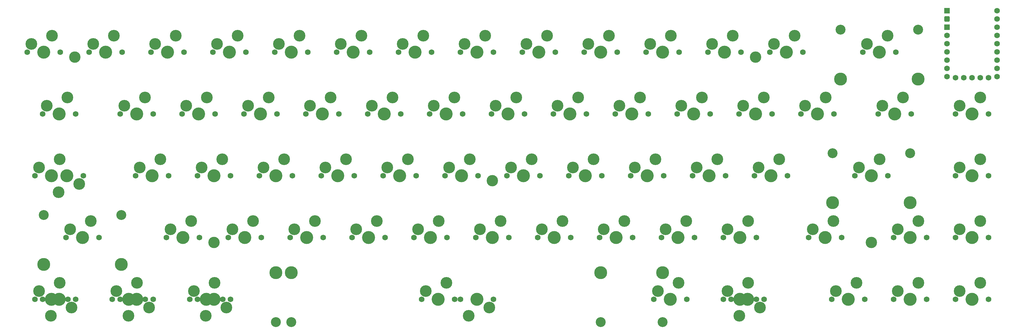
<source format=gbr>
%TF.GenerationSoftware,KiCad,Pcbnew,7.0.5*%
%TF.CreationDate,2023-09-15T18:16:34+08:00*%
%TF.ProjectId,Openero65,4f70656e-6572-46f3-9635-2e6b69636164,rev?*%
%TF.SameCoordinates,Original*%
%TF.FileFunction,Soldermask,Top*%
%TF.FilePolarity,Negative*%
%FSLAX46Y46*%
G04 Gerber Fmt 4.6, Leading zero omitted, Abs format (unit mm)*
G04 Created by KiCad (PCBNEW 7.0.5) date 2023-09-15 18:16:34*
%MOMM*%
%LPD*%
G01*
G04 APERTURE LIST*
G04 Aperture macros list*
%AMRoundRect*
0 Rectangle with rounded corners*
0 $1 Rounding radius*
0 $2 $3 $4 $5 $6 $7 $8 $9 X,Y pos of 4 corners*
0 Add a 4 corners polygon primitive as box body*
4,1,4,$2,$3,$4,$5,$6,$7,$8,$9,$2,$3,0*
0 Add four circle primitives for the rounded corners*
1,1,$1+$1,$2,$3*
1,1,$1+$1,$4,$5*
1,1,$1+$1,$6,$7*
1,1,$1+$1,$8,$9*
0 Add four rect primitives between the rounded corners*
20,1,$1+$1,$2,$3,$4,$5,0*
20,1,$1+$1,$4,$5,$6,$7,0*
20,1,$1+$1,$6,$7,$8,$9,0*
20,1,$1+$1,$8,$9,$2,$3,0*%
G04 Aperture macros list end*
%ADD10C,1.750000*%
%ADD11C,4.000000*%
%ADD12C,3.600000*%
%ADD13C,3.048000*%
%ADD14C,3.987800*%
%ADD15C,3.500000*%
%ADD16R,1.752600X1.752600*%
%ADD17RoundRect,0.438150X-0.438150X-0.438150X0.438150X-0.438150X0.438150X0.438150X-0.438150X0.438150X0*%
%ADD18C,1.752600*%
G04 APERTURE END LIST*
D10*
%TO.C,SW1*%
X50402000Y-90310000D03*
D11*
X55482000Y-90310000D03*
D10*
X60562000Y-90310000D03*
D12*
X51672000Y-87770000D03*
X58022000Y-85230000D03*
%TD*%
D10*
%TO.C,SW50*%
X226616000Y-147460000D03*
D11*
X231696000Y-147460000D03*
D10*
X236776000Y-147460000D03*
D12*
X227886000Y-144920000D03*
X234236000Y-142380000D03*
%TD*%
D10*
%TO.C,SW42*%
X62309000Y-147460000D03*
D11*
X67389000Y-147460000D03*
D10*
X72469000Y-147460000D03*
D12*
X63579000Y-144920000D03*
X69929000Y-142380000D03*
%TD*%
D13*
%TO.C,stab4*%
X245984000Y-173495000D03*
D14*
X245984000Y-158285000D03*
D13*
X131684000Y-173495000D03*
D14*
X131684000Y-158285000D03*
%TD*%
D15*
%TO.C,hole1*%
X193595000Y-129910000D03*
%TD*%
D10*
%TO.C,SW40*%
X274240000Y-128410000D03*
D11*
X279320000Y-128410000D03*
D10*
X284400000Y-128410000D03*
D12*
X275510000Y-125870000D03*
X281860000Y-123330000D03*
%TD*%
D10*
%TO.C,SW23*%
X212328000Y-109360000D03*
D11*
X217408000Y-109360000D03*
D10*
X222488000Y-109360000D03*
D12*
X213598000Y-106820000D03*
X219948000Y-104280000D03*
%TD*%
D10*
%TO.C,SW63*%
X336152000Y-166510000D03*
D11*
X341232000Y-166510000D03*
D10*
X346312000Y-166510000D03*
D12*
X337422000Y-163970000D03*
X343772000Y-161430000D03*
%TD*%
D10*
%TO.C,SW29*%
X67706000Y-128410000D03*
D11*
X62626000Y-128410000D03*
D10*
X57546000Y-128410000D03*
D12*
X66436000Y-130950000D03*
X60086000Y-133490000D03*
%TD*%
D10*
%TO.C,SW17*%
X98028000Y-109360000D03*
D11*
X103108000Y-109360000D03*
D10*
X108188000Y-109360000D03*
D12*
X99298000Y-106820000D03*
X105648000Y-104280000D03*
%TD*%
D10*
%TO.C,SW44*%
X112316000Y-147460000D03*
D11*
X117396000Y-147460000D03*
D10*
X122476000Y-147460000D03*
D12*
X113586000Y-144920000D03*
X119936000Y-142380000D03*
%TD*%
D10*
%TO.C,SW65*%
X317102000Y-166510000D03*
D11*
X322182000Y-166510000D03*
D10*
X327262000Y-166510000D03*
D12*
X318372000Y-163970000D03*
X324722000Y-161430000D03*
%TD*%
D10*
%TO.C,SW39*%
X255190000Y-128410000D03*
D11*
X260270000Y-128410000D03*
D10*
X265350000Y-128410000D03*
D12*
X256460000Y-125870000D03*
X262810000Y-123330000D03*
%TD*%
D10*
%TO.C,SW31*%
X102790000Y-128410000D03*
D11*
X107870000Y-128410000D03*
D10*
X112950000Y-128410000D03*
D12*
X104060000Y-125870000D03*
X110410000Y-123330000D03*
%TD*%
D10*
%TO.C,SW71*%
X193914000Y-166510000D03*
D11*
X188834000Y-166510000D03*
D10*
X183754000Y-166510000D03*
D12*
X192644000Y-169050000D03*
X186294000Y-171590000D03*
%TD*%
D10*
%TO.C,SW47*%
X169466000Y-147460000D03*
D11*
X174546000Y-147460000D03*
D10*
X179626000Y-147460000D03*
D12*
X170736000Y-144920000D03*
X177086000Y-142380000D03*
%TD*%
D13*
%TO.C,stab2*%
X300719000Y-83325000D03*
D14*
X300719000Y-98535000D03*
D13*
X324595000Y-83325000D03*
D14*
X324595000Y-98535000D03*
%TD*%
D10*
%TO.C,SW59*%
X277256000Y-166510000D03*
D11*
X272176000Y-166510000D03*
D10*
X267096000Y-166510000D03*
D12*
X275986000Y-169050000D03*
X269636000Y-171590000D03*
%TD*%
D10*
%TO.C,SW67*%
X52784000Y-128410000D03*
D11*
X57864000Y-128410000D03*
D10*
X62944000Y-128410000D03*
D12*
X54054000Y-125870000D03*
X60404000Y-123330000D03*
%TD*%
D10*
%TO.C,SW10*%
X221852000Y-90310000D03*
D11*
X226932000Y-90310000D03*
D10*
X232012000Y-90310000D03*
D12*
X223122000Y-87770000D03*
X229472000Y-85230000D03*
%TD*%
D10*
%TO.C,SW5*%
X126602000Y-90310000D03*
D11*
X131682000Y-90310000D03*
D10*
X136762000Y-90310000D03*
D12*
X127872000Y-87770000D03*
X134222000Y-85230000D03*
%TD*%
D10*
%TO.C,SW70*%
X112951000Y-166510000D03*
D11*
X107871000Y-166510000D03*
D10*
X102791000Y-166510000D03*
D12*
X111681000Y-169050000D03*
X105331000Y-171590000D03*
%TD*%
D10*
%TO.C,SW58*%
X243284000Y-166510000D03*
D11*
X248364000Y-166510000D03*
D10*
X253444000Y-166510000D03*
D12*
X244554000Y-163970000D03*
X250904000Y-161430000D03*
%TD*%
D10*
%TO.C,SW34*%
X159940000Y-128410000D03*
D11*
X165020000Y-128410000D03*
D10*
X170100000Y-128410000D03*
D12*
X161210000Y-125870000D03*
X167560000Y-123330000D03*
%TD*%
D10*
%TO.C,SW56*%
X100410000Y-166510000D03*
D11*
X105490000Y-166510000D03*
D10*
X110570000Y-166510000D03*
D12*
X101680000Y-163970000D03*
X108030000Y-161430000D03*
%TD*%
D10*
%TO.C,SW6*%
X145652000Y-90310000D03*
D11*
X150732000Y-90310000D03*
D10*
X155812000Y-90310000D03*
D12*
X146922000Y-87770000D03*
X153272000Y-85230000D03*
%TD*%
D10*
%TO.C,SW37*%
X217090000Y-128410000D03*
D11*
X222170000Y-128410000D03*
D10*
X227250000Y-128410000D03*
D12*
X218360000Y-125870000D03*
X224710000Y-123330000D03*
%TD*%
D10*
%TO.C,SW28*%
X312341000Y-109360000D03*
D11*
X317421000Y-109360000D03*
D10*
X322501000Y-109360000D03*
D12*
X313611000Y-106820000D03*
X319961000Y-104280000D03*
%TD*%
D10*
%TO.C,SW3*%
X88502000Y-90310000D03*
D11*
X93582000Y-90310000D03*
D10*
X98662000Y-90310000D03*
D12*
X89772000Y-87770000D03*
X96122000Y-85230000D03*
%TD*%
D15*
%TO.C,hole5*%
X310277000Y-148960000D03*
%TD*%
D10*
%TO.C,SW27*%
X288528000Y-109360000D03*
D11*
X293608000Y-109360000D03*
D10*
X298688000Y-109360000D03*
D12*
X289798000Y-106820000D03*
X296148000Y-104280000D03*
%TD*%
D10*
%TO.C,SW45*%
X131366000Y-147460000D03*
D11*
X136446000Y-147460000D03*
D10*
X141526000Y-147460000D03*
D12*
X132636000Y-144920000D03*
X138986000Y-142380000D03*
%TD*%
D10*
%TO.C,SW24*%
X231378000Y-109360000D03*
D11*
X236458000Y-109360000D03*
D10*
X241538000Y-109360000D03*
D12*
X232648000Y-106820000D03*
X238998000Y-104280000D03*
%TD*%
D10*
%TO.C,SW4*%
X107552000Y-90310000D03*
D11*
X112632000Y-90310000D03*
D10*
X117712000Y-90310000D03*
D12*
X108822000Y-87770000D03*
X115172000Y-85230000D03*
%TD*%
D10*
%TO.C,SW46*%
X150416000Y-147460000D03*
D11*
X155496000Y-147460000D03*
D10*
X160576000Y-147460000D03*
D12*
X151686000Y-144920000D03*
X158036000Y-142380000D03*
%TD*%
D10*
%TO.C,SW11*%
X240902000Y-90310000D03*
D11*
X245982000Y-90310000D03*
D10*
X251062000Y-90310000D03*
D12*
X242172000Y-87770000D03*
X248522000Y-85230000D03*
%TD*%
D10*
%TO.C,SW52*%
X264716000Y-147460000D03*
D11*
X269796000Y-147460000D03*
D10*
X274876000Y-147460000D03*
D12*
X265986000Y-144920000D03*
X272336000Y-142380000D03*
%TD*%
D10*
%TO.C,SW7*%
X164702000Y-90310000D03*
D11*
X169782000Y-90310000D03*
D10*
X174862000Y-90310000D03*
D12*
X165972000Y-87770000D03*
X172322000Y-85230000D03*
%TD*%
D10*
%TO.C,SW15*%
X55165000Y-109360000D03*
D11*
X60245000Y-109360000D03*
D10*
X65325000Y-109360000D03*
D12*
X56435000Y-106820000D03*
X62785000Y-104280000D03*
%TD*%
D10*
%TO.C,SW49*%
X207566000Y-147460000D03*
D11*
X212646000Y-147460000D03*
D10*
X217726000Y-147460000D03*
D12*
X208836000Y-144920000D03*
X215186000Y-142380000D03*
%TD*%
D10*
%TO.C,SW25*%
X250428000Y-109360000D03*
D11*
X255508000Y-109360000D03*
D10*
X260588000Y-109360000D03*
D12*
X251698000Y-106820000D03*
X258048000Y-104280000D03*
%TD*%
D10*
%TO.C,SW30*%
X83740000Y-128410000D03*
D11*
X88820000Y-128410000D03*
D10*
X93900000Y-128410000D03*
D12*
X85010000Y-125870000D03*
X91360000Y-123330000D03*
%TD*%
D10*
%TO.C,SW68*%
X65325000Y-166510000D03*
D11*
X60245000Y-166510000D03*
D10*
X55165000Y-166510000D03*
D12*
X64055000Y-169050000D03*
X57705000Y-171590000D03*
%TD*%
D16*
%TO.C,U1*%
X333557000Y-77525000D03*
D17*
X333557000Y-80065000D03*
D16*
X333557000Y-82605000D03*
D18*
X333557000Y-85145000D03*
X333557000Y-87685000D03*
X333557000Y-90225000D03*
X333557000Y-92765000D03*
X333557000Y-95305000D03*
X333557000Y-97845000D03*
X348907000Y-77525000D03*
X348907000Y-80065000D03*
X348907000Y-82605000D03*
X348907000Y-85145000D03*
X348907000Y-87685000D03*
X348907000Y-90225000D03*
X348907000Y-92765000D03*
X348907000Y-95305000D03*
X348907000Y-97845000D03*
X346312000Y-98165000D03*
X343772000Y-98165000D03*
X341232000Y-98165000D03*
X338692000Y-98165000D03*
X336152000Y-98165000D03*
%TD*%
D15*
%TO.C,hole4*%
X107871000Y-148960000D03*
%TD*%
D10*
%TO.C,SW55*%
X76597000Y-166510000D03*
D11*
X81677000Y-166510000D03*
D10*
X86757000Y-166510000D03*
D12*
X77867000Y-163970000D03*
X84217000Y-161430000D03*
%TD*%
D10*
%TO.C,SW69*%
X89138000Y-166510000D03*
D11*
X84058000Y-166510000D03*
D10*
X78978000Y-166510000D03*
D12*
X87868000Y-169050000D03*
X81518000Y-171590000D03*
%TD*%
D10*
%TO.C,SW18*%
X117078000Y-109360000D03*
D11*
X122158000Y-109360000D03*
D10*
X127238000Y-109360000D03*
D12*
X118348000Y-106820000D03*
X124698000Y-104280000D03*
%TD*%
D10*
%TO.C,SW53*%
X290910000Y-147460000D03*
D11*
X295990000Y-147460000D03*
D10*
X301070000Y-147460000D03*
D12*
X292180000Y-144920000D03*
X298530000Y-142380000D03*
%TD*%
D10*
%TO.C,SW64*%
X317102000Y-147460000D03*
D11*
X322182000Y-147460000D03*
D10*
X327262000Y-147460000D03*
D12*
X318372000Y-144920000D03*
X324722000Y-142380000D03*
%TD*%
D10*
%TO.C,SW26*%
X269478000Y-109360000D03*
D11*
X274558000Y-109360000D03*
D10*
X279638000Y-109360000D03*
D12*
X270748000Y-106820000D03*
X277098000Y-104280000D03*
%TD*%
D13*
%TO.C,stab5*%
X226927000Y-173495000D03*
D14*
X226927000Y-158285000D03*
D13*
X126927000Y-173495000D03*
D14*
X126927000Y-158285000D03*
%TD*%
D10*
%TO.C,SW61*%
X336152000Y-128410000D03*
D11*
X341232000Y-128410000D03*
D10*
X346312000Y-128410000D03*
D12*
X337422000Y-125870000D03*
X343772000Y-123330000D03*
%TD*%
D13*
%TO.C,stab1*%
X55451000Y-140475000D03*
D14*
X55451000Y-155685000D03*
D13*
X79327000Y-140475000D03*
D14*
X79327000Y-155685000D03*
%TD*%
D10*
%TO.C,SW62*%
X336152000Y-147460000D03*
D11*
X341232000Y-147460000D03*
D10*
X346312000Y-147460000D03*
D12*
X337422000Y-144920000D03*
X343772000Y-142380000D03*
%TD*%
D10*
%TO.C,SW66*%
X298052000Y-166510000D03*
D11*
X303132000Y-166510000D03*
D10*
X308212000Y-166510000D03*
D12*
X299322000Y-163970000D03*
X305672000Y-161430000D03*
%TD*%
D10*
%TO.C,SW20*%
X155178000Y-109360000D03*
D11*
X160258000Y-109360000D03*
D10*
X165338000Y-109360000D03*
D12*
X156448000Y-106820000D03*
X162798000Y-104280000D03*
%TD*%
D10*
%TO.C,SW9*%
X202802000Y-90310000D03*
D11*
X207882000Y-90310000D03*
D10*
X212962000Y-90310000D03*
D12*
X204072000Y-87770000D03*
X210422000Y-85230000D03*
%TD*%
D10*
%TO.C,SW36*%
X198040000Y-128410000D03*
D11*
X203120000Y-128410000D03*
D10*
X208200000Y-128410000D03*
D12*
X199310000Y-125870000D03*
X205660000Y-123330000D03*
%TD*%
D10*
%TO.C,SW22*%
X193278000Y-109360000D03*
D11*
X198358000Y-109360000D03*
D10*
X203438000Y-109360000D03*
D12*
X194548000Y-106820000D03*
X200898000Y-104280000D03*
%TD*%
D15*
%TO.C,hole3*%
X274557000Y-91810000D03*
%TD*%
D10*
%TO.C,SW38*%
X236140000Y-128410000D03*
D11*
X241220000Y-128410000D03*
D10*
X246300000Y-128410000D03*
D12*
X237410000Y-125870000D03*
X243760000Y-123330000D03*
%TD*%
D10*
%TO.C,SW33*%
X140890000Y-128410000D03*
D11*
X145970000Y-128410000D03*
D10*
X151050000Y-128410000D03*
D12*
X142160000Y-125870000D03*
X148510000Y-123330000D03*
%TD*%
D10*
%TO.C,SW57*%
X171847000Y-166510000D03*
D11*
X176927000Y-166510000D03*
D10*
X182007000Y-166510000D03*
D12*
X173117000Y-163970000D03*
X179467000Y-161430000D03*
%TD*%
D10*
%TO.C,SW43*%
X93266000Y-147460000D03*
D11*
X98346000Y-147460000D03*
D10*
X103426000Y-147460000D03*
D12*
X94536000Y-144920000D03*
X100886000Y-142380000D03*
%TD*%
D10*
%TO.C,SW35*%
X178990000Y-128410000D03*
D11*
X184070000Y-128410000D03*
D10*
X189150000Y-128410000D03*
D12*
X180260000Y-125870000D03*
X186610000Y-123330000D03*
%TD*%
D10*
%TO.C,SW19*%
X136128000Y-109360000D03*
D11*
X141208000Y-109360000D03*
D10*
X146288000Y-109360000D03*
D12*
X137398000Y-106820000D03*
X143748000Y-104280000D03*
%TD*%
D10*
%TO.C,SW16*%
X78978000Y-109360000D03*
D11*
X84058000Y-109360000D03*
D10*
X89138000Y-109360000D03*
D12*
X80248000Y-106820000D03*
X86598000Y-104280000D03*
%TD*%
D10*
%TO.C,SW2*%
X69452000Y-90310000D03*
D11*
X74532000Y-90310000D03*
D10*
X79612000Y-90310000D03*
D12*
X70722000Y-87770000D03*
X77072000Y-85230000D03*
%TD*%
D10*
%TO.C,SW21*%
X174228000Y-109360000D03*
D11*
X179308000Y-109360000D03*
D10*
X184388000Y-109360000D03*
D12*
X175498000Y-106820000D03*
X181848000Y-104280000D03*
%TD*%
D13*
%TO.C,stab3*%
X298339000Y-121425000D03*
D14*
X298339000Y-136635000D03*
D13*
X322215000Y-121425000D03*
D14*
X322215000Y-136635000D03*
%TD*%
D10*
%TO.C,SW72*%
X264717000Y-166510000D03*
D11*
X269797000Y-166510000D03*
D10*
X274877000Y-166510000D03*
D12*
X265987000Y-163970000D03*
X272337000Y-161430000D03*
%TD*%
D10*
%TO.C,SW41*%
X305197000Y-128410000D03*
D11*
X310277000Y-128410000D03*
D10*
X315357000Y-128410000D03*
D12*
X306467000Y-125870000D03*
X312817000Y-123330000D03*
%TD*%
D15*
%TO.C,hole2*%
X65007000Y-91810000D03*
%TD*%
D10*
%TO.C,SW48*%
X188516000Y-147460000D03*
D11*
X193596000Y-147460000D03*
D10*
X198676000Y-147460000D03*
D12*
X189786000Y-144920000D03*
X196136000Y-142380000D03*
%TD*%
D10*
%TO.C,SW32*%
X121840000Y-128410000D03*
D11*
X126920000Y-128410000D03*
D10*
X132000000Y-128410000D03*
D12*
X123110000Y-125870000D03*
X129460000Y-123330000D03*
%TD*%
D10*
%TO.C,SW54*%
X52784000Y-166510000D03*
D11*
X57864000Y-166510000D03*
D10*
X62944000Y-166510000D03*
D12*
X54054000Y-163970000D03*
X60404000Y-161430000D03*
%TD*%
D10*
%TO.C,SW13*%
X279002000Y-90310000D03*
D11*
X284082000Y-90310000D03*
D10*
X289162000Y-90310000D03*
D12*
X280272000Y-87770000D03*
X286622000Y-85230000D03*
%TD*%
D10*
%TO.C,SW12*%
X259952000Y-90310000D03*
D11*
X265032000Y-90310000D03*
D10*
X270112000Y-90310000D03*
D12*
X261222000Y-87770000D03*
X267572000Y-85230000D03*
%TD*%
D10*
%TO.C,SW8*%
X183752000Y-90310000D03*
D11*
X188832000Y-90310000D03*
D10*
X193912000Y-90310000D03*
D12*
X185022000Y-87770000D03*
X191372000Y-85230000D03*
%TD*%
D10*
%TO.C,SW60*%
X336152000Y-109360000D03*
D11*
X341232000Y-109360000D03*
D10*
X346312000Y-109360000D03*
D12*
X337422000Y-106820000D03*
X343772000Y-104280000D03*
%TD*%
D10*
%TO.C,SW51*%
X245666000Y-147460000D03*
D11*
X250746000Y-147460000D03*
D10*
X255826000Y-147460000D03*
D12*
X246936000Y-144920000D03*
X253286000Y-142380000D03*
%TD*%
D10*
%TO.C,SW14*%
X307577000Y-90310000D03*
D11*
X312657000Y-90310000D03*
D10*
X317737000Y-90310000D03*
D12*
X308847000Y-87770000D03*
X315197000Y-85230000D03*
%TD*%
M02*

</source>
